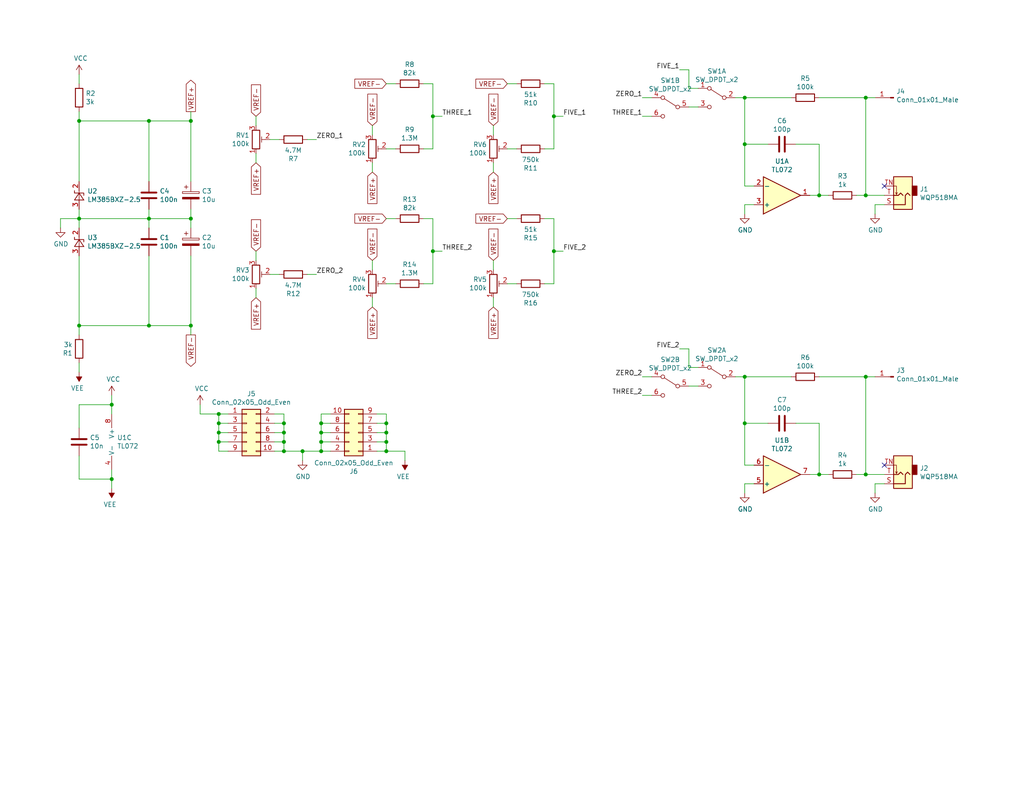
<source format=kicad_sch>
(kicad_sch (version 20211123) (generator eeschema)
  (paper "USLetter")
  (title_block (title "Voltage Source") (date "2022-03-31") (rev "4") (company "New Systems Instruments"))
  (lib_symbols
    (symbol "Amplifier_Operational:TL072" (pin_names (offset 0.127))
      (property "Reference" "U" (at 0 5.08 0))
      (property "Value" "TL072" (at 0 -5.08 0))
      (symbol "TL072_1_1"
        (polyline (pts (xy -5.08 5.08) (xy 5.08 0) (xy -5.08 -5.08) (xy -5.08 5.08)) (stroke (width 0.254)) (fill (type background)))
        (pin output line (at 7.62 0 180) (length 2.54) (name "~") (number "1"))
        (pin input line (at -7.62 -2.54 0) (length 2.54) (name "-") (number "2"))
        (pin input line (at -7.62 2.54 0) (length 2.54) (name "+") (number "3"))
      )
      (symbol "TL072_2_1"
        (polyline (pts (xy -5.08 5.08) (xy 5.08 0) (xy -5.08 -5.08) (xy -5.08 5.08)) (stroke (width 0.254)) (fill (type background)))
        (pin input line (at -7.62 2.54 0) (length 2.54) (name "+") (number "5"))
        (pin input line (at -7.62 -2.54 0) (length 2.54) (name "-") (number "6"))
        (pin output line (at 7.62 0 180) (length 2.54) (name "~") (number "7"))
      )
      (symbol "TL072_3_1"
        (pin power_in line (at -2.54 -7.62 90) (length 3.81) (name "V-") (number "4"))
        (pin power_in line (at -2.54 7.62 270) (length 3.81) (name "V+") (number "8"))
      )
    )
    (symbol "Connector:AudioJack2_SwitchT"
      (property "Reference" "J" (at 0 8.89 0))
      (property "Value" "AudioJack2_SwitchT" (at 0 6.35 0))
      (symbol "AudioJack2_SwitchT_0_1"
        (rectangle (start -2.54 0) (end -3.81 -2.54) (stroke (width 0.254)) (fill (type outline)))
        (polyline (pts (xy 1.778 -0.254) (xy 2.032 -0.762)))
        (polyline (pts (xy 0 0) (xy 0.635 -0.635) (xy 1.27 0) (xy 2.54 0)) (stroke (width 0.254)))
        (polyline (pts (xy 2.54 -2.54) (xy 1.778 -2.54) (xy 1.778 -0.254) (xy 1.524 -0.762)))
        (polyline (pts (xy 2.54 2.54) (xy -0.635 2.54) (xy -0.635 0) (xy -1.27 -0.635) (xy -1.905 0)) (stroke (width 0.254)))
        (rectangle (start 2.54 3.81) (end -2.54 -5.08) (stroke (width 0.254)) (fill (type background)))
      )
      (symbol "AudioJack2_SwitchT_1_1"
        (pin passive line (at 5.08 2.54 180) (length 2.54) (name "~") (number "S"))
        (pin passive line (at 5.08 0 180) (length 2.54) (name "~") (number "T"))
        (pin passive line (at 5.08 -2.54 180) (length 2.54) (name "~") (number "TN"))
      )
    )
    (symbol "Connector:Conn_01x01_Male" (pin_names (offset 1.016) hide)
      (property "Reference" "J" (at 0 2.54 0))
      (property "Value" "Conn_01x01_Male" (at 0 -2.54 0))
      (symbol "Conn_01x01_Male_1_1"
        (polyline (pts (xy 1.27 0) (xy 0.8636 0)) (stroke (width 0.1524)))
        (rectangle (start 0.8636 0.127) (end 0 -0.127) (stroke (width 0.1524)) (fill (type outline)))
        (pin passive line (at 5.08 0 180) (length 3.81) (name "Pin_1") (number "1"))
      )
    )
    (symbol "Connector_Generic:Conn_02x05_Odd_Even" (pin_names (offset 1.016) hide)
      (property "Reference" "J" (at 1.27 7.62 0))
      (property "Value" "Conn_02x05_Odd_Even" (at 1.27 -7.62 0))
      (symbol "Conn_02x05_Odd_Even_1_1"
        (rectangle (start -1.27 -4.953) (end 0 -5.207) (stroke (width 0.1524)))
        (rectangle (start -1.27 -2.413) (end 0 -2.667) (stroke (width 0.1524)))
        (rectangle (start -1.27 0.127) (end 0 -0.127) (stroke (width 0.1524)))
        (rectangle (start -1.27 2.667) (end 0 2.413) (stroke (width 0.1524)))
        (rectangle (start -1.27 5.207) (end 0 4.953) (stroke (width 0.1524)))
        (rectangle (start -1.27 6.35) (end 3.81 -6.35) (stroke (width 0.254)) (fill (type background)))
        (rectangle (start 3.81 -4.953) (end 2.54 -5.207) (stroke (width 0.1524)))
        (rectangle (start 3.81 -2.413) (end 2.54 -2.667) (stroke (width 0.1524)))
        (rectangle (start 3.81 0.127) (end 2.54 -0.127) (stroke (width 0.1524)))
        (rectangle (start 3.81 2.667) (end 2.54 2.413) (stroke (width 0.1524)))
        (rectangle (start 3.81 5.207) (end 2.54 4.953) (stroke (width 0.1524)))
        (pin passive line (at -5.08 5.08 0) (length 3.81) (name "Pin_1") (number "1"))
        (pin passive line (at 7.62 -5.08 180) (length 3.81) (name "Pin_10") (number "10"))
        (pin passive line (at 7.62 5.08 180) (length 3.81) (name "Pin_2") (number "2"))
        (pin passive line (at -5.08 2.54 0) (length 3.81) (name "Pin_3") (number "3"))
        (pin passive line (at 7.62 2.54 180) (length 3.81) (name "Pin_4") (number "4"))
        (pin passive line (at -5.08 0 0) (length 3.81) (name "Pin_5") (number "5"))
        (pin passive line (at 7.62 0 180) (length 3.81) (name "Pin_6") (number "6"))
        (pin passive line (at -5.08 -2.54 0) (length 3.81) (name "Pin_7") (number "7"))
        (pin passive line (at 7.62 -2.54 180) (length 3.81) (name "Pin_8") (number "8"))
        (pin passive line (at -5.08 -5.08 0) (length 3.81) (name "Pin_9") (number "9"))
      )
    )
    (symbol "Device:C" (pin_numbers hide) (pin_names (offset 0.254))
      (property "Reference" "C" (at 0.635 2.54 0))
      (property "Value" "C" (at 0.635 -2.54 0))
      (symbol "C_0_1"
        (polyline (pts (xy -2.032 -0.762) (xy 2.032 -0.762)) (stroke (width 0.508)))
        (polyline (pts (xy -2.032 0.762) (xy 2.032 0.762)) (stroke (width 0.508)))
      )
      (symbol "C_1_1"
        (pin passive line (at 0 3.81 270) (length 2.794) (name "~") (number "1"))
        (pin passive line (at 0 -3.81 90) (length 2.794) (name "~") (number "2"))
      )
    )
    (symbol "Device:CP" (pin_numbers hide) (pin_names (offset 0.254))
      (property "Reference" "C" (at 0.635 2.54 0))
      (property "Value" "Device_CP" (at 0.635 -2.54 0))
      (symbol "CP_0_1"
        (rectangle (start -2.286 0.508) (end 2.286 1.016))
        (polyline (pts (xy -1.778 2.286) (xy -0.762 2.286)))
        (polyline (pts (xy -1.27 2.794) (xy -1.27 1.778)))
        (rectangle (start 2.286 -0.508) (end -2.286 -1.016) (fill (type outline)))
      )
      (symbol "CP_1_1"
        (pin passive line (at 0 3.81 270) (length 2.794) (name "~") (number "1"))
        (pin passive line (at 0 -3.81 90) (length 2.794) (name "~") (number "2"))
      )
    )
    (symbol "Device:R" (pin_numbers hide) (pin_names (offset 0))
      (property "Reference" "R" (at 2.032 0 90))
      (property "Value" "R" (at 0 0 90))
      (symbol "R_0_1"
        (rectangle (start -1.016 -2.54) (end 1.016 2.54) (stroke (width 0.254)))
      )
      (symbol "R_1_1"
        (pin passive line (at 0 3.81 270) (length 1.27) (name "~") (number "1"))
        (pin passive line (at 0 -3.81 90) (length 1.27) (name "~") (number "2"))
      )
    )
    (symbol "Device:R_POT_TRIM" (pin_names (offset 1.016) hide)
      (property "Reference" "RV" (at -4.445 0 90))
      (property "Value" "Device_R_POT_TRIM" (at -2.54 0 90))
      (symbol "R_POT_TRIM_0_1"
        (polyline (pts (xy 1.524 0.762) (xy 1.524 -0.762)))
        (polyline (pts (xy 2.54 0) (xy 1.524 0)))
        (rectangle (start 1.016 2.54) (end -1.016 -2.54) (stroke (width 0.254)))
      )
      (symbol "R_POT_TRIM_1_1"
        (pin passive line (at 0 3.81 270) (length 1.27) (name "1") (number "1"))
        (pin passive line (at 3.81 0 180) (length 1.27) (name "2") (number "2"))
        (pin passive line (at 0 -3.81 90) (length 1.27) (name "3") (number "3"))
      )
    )
    (symbol "Reference_Voltage:LM385BZ-2.5" (pin_names (offset 0.0254) hide)
      (property "Reference" "U" (at 0 2.54 0))
      (property "Value" "LM385BZ-2.5" (at 0 -3.175 0))
      (symbol "LM385BZ-2.5_0_1"
        (polyline (pts (xy -1.27 0) (xy 0 0) (xy 1.27 0)))
        (polyline (pts (xy -1.27 -1.27) (xy 0.635 0) (xy -1.27 1.27) (xy -1.27 -1.27)) (stroke (width 0.2032)))
        (polyline (pts (xy 0 -1.27) (xy 0.635 -1.27) (xy 0.635 1.27) (xy 1.27 1.27)) (stroke (width 0.2032)))
      )
      (symbol "LM385BZ-2.5_1_1"
        (pin passive line (at 3.81 0 180) (length 2.54) (name "K") (number "2"))
        (pin passive line (at -3.81 0 0) (length 2.54) (name "A") (number "3"))
      )
    )
    (symbol "Switch:SW_DPDT_x2" (pin_names (offset 0) hide)
      (property "Reference" "SW" (at 0 4.318 0))
      (property "Value" "SW_DPDT_x2" (at 0 -5.08 0))
      (symbol "SW_DPDT_x2_0_0"
        (circle (center -2.032 0) (radius 0.508))
        (circle (center 2.032 -2.54) (radius 0.508))
      )
      (symbol "SW_DPDT_x2_0_1"
        (polyline (pts (xy -1.524 0.254) (xy 1.651 2.286)))
        (circle (center 2.032 2.54) (radius 0.508))
      )
      (symbol "SW_DPDT_x2_1_1"
        (pin passive line (at 5.08 2.54 180) (length 2.54) (name "A") (number "1"))
        (pin passive line (at -5.08 0 0) (length 2.54) (name "B") (number "2"))
        (pin passive line (at 5.08 -2.54 180) (length 2.54) (name "C") (number "3"))
      )
      (symbol "SW_DPDT_x2_2_1"
        (pin passive line (at 5.08 2.54 180) (length 2.54) (name "A") (number "4"))
        (pin passive line (at -5.08 0 0) (length 2.54) (name "B") (number "5"))
        (pin passive line (at 5.08 -2.54 180) (length 2.54) (name "C") (number "6"))
      )
    )
    (symbol "power:GND" (power) (pin_names (offset 0))
      (property "Value" "GND" (at 0 -3.81 0))
      (symbol "GND_0_1"
        (polyline (pts (xy 0 0) (xy 0 -1.27) (xy 1.27 -1.27) (xy 0 -2.54) (xy -1.27 -1.27) (xy 0 -1.27)))
      )
      (symbol "GND_1_1"
        (pin power_in line (at 0 0 270) (length 0) hide (name "GND") (number "1"))
      )
    )
    (symbol "power:VCC" (power) (pin_names (offset 0))
      (property "Value" "VCC" (at 0 3.81 0))
      (symbol "VCC_0_1"
        (polyline (pts (xy -0.762 1.27) (xy 0 2.54)))
        (polyline (pts (xy 0 0) (xy 0 2.54)))
        (polyline (pts (xy 0 2.54) (xy 0.762 1.27)))
      )
      (symbol "VCC_1_1"
        (pin power_in line (at 0 0 90) (length 0) hide (name "VCC") (number "1"))
      )
    )
    (symbol "power:VEE" (power) (pin_names (offset 0))
      (property "Value" "VEE" (at 0 3.81 0))
      (symbol "VEE_0_1"
        (polyline (pts (xy 0 0) (xy 0 2.54)))
        (polyline (pts (xy 0.762 1.27) (xy -0.762 1.27) (xy 0 2.54) (xy 0.762 1.27)) (fill (type outline)))
      )
      (symbol "VEE_1_1"
        (pin power_in line (at 0 0 90) (length 0) hide (name "VEE") (number "1"))
      )
    )
  )
  (junction (at 236.22 26.67))
  (junction (at 203.2 115.57))
  (junction (at 21.59 33.02))
  (junction (at 52.07 33.02))
  (junction (at 118.11 31.75))
  (junction (at 77.47 123.19))
  (junction (at 87.63 118.11))
  (junction (at 21.59 88.9))
  (junction (at 236.22 129.54))
  (junction (at 77.47 120.65))
  (junction (at 40.64 88.9))
  (junction (at 87.63 123.19))
  (junction (at 82.55 123.19))
  (junction (at 52.07 88.9))
  (junction (at 40.64 33.02))
  (junction (at 59.69 113.03))
  (junction (at 236.22 102.87))
  (junction (at 105.41 123.19))
  (junction (at 118.11 68.58))
  (junction (at 223.52 53.34))
  (junction (at 236.22 53.34))
  (junction (at 87.63 115.57))
  (junction (at 105.41 115.57))
  (junction (at 105.41 120.65))
  (junction (at 59.69 115.57))
  (junction (at 203.2 102.87))
  (junction (at 30.48 130.81))
  (junction (at 223.52 129.54))
  (junction (at 77.47 118.11))
  (junction (at 21.59 59.69))
  (junction (at 87.63 120.65))
  (junction (at 77.47 115.57))
  (junction (at 59.69 120.65))
  (junction (at 30.48 110.49))
  (junction (at 203.2 26.67))
  (junction (at 59.69 118.11))
  (junction (at 151.13 68.58))
  (junction (at 52.07 59.69))
  (junction (at 203.2 39.37))
  (junction (at 40.64 59.69))
  (junction (at 105.41 118.11))
  (junction (at 151.13 31.75))
  (no_connect (at 241.3 50.8))
  (no_connect (at 241.3 127))
  (wire (pts (xy 233.68 129.54) (xy 236.22 129.54)))
  (wire (pts (xy 21.59 49.53) (xy 21.59 33.02)))
  (wire (pts (xy 187.96 19.05) (xy 185.42 19.05)))
  (wire (pts (xy 190.5 100.33) (xy 187.96 100.33)))
  (wire (pts (xy 30.48 110.49) (xy 30.48 107.95)))
  (wire (pts (xy 40.64 59.69) (xy 40.64 62.23)))
  (wire (pts (xy 21.59 62.23) (xy 21.59 59.69)))
  (wire (pts (xy 151.13 59.69) (xy 151.13 68.58)))
  (wire (pts (xy 74.93 118.11) (xy 77.47 118.11)))
  (wire (pts (xy 153.67 68.58) (xy 151.13 68.58)))
  (wire (pts (xy 107.95 77.47) (xy 105.41 77.47)))
  (wire (pts (xy 21.59 88.9) (xy 21.59 91.44)))
  (wire (pts (xy 105.41 115.57) (xy 102.87 115.57)))
  (wire (pts (xy 190.5 24.13) (xy 187.96 24.13)))
  (wire (pts (xy 118.11 59.69) (xy 118.11 68.58)))
  (wire (pts (xy 59.69 118.11) (xy 59.69 120.65)))
  (wire (pts (xy 40.64 88.9) (xy 21.59 88.9)))
  (wire (pts (xy 105.41 120.65) (xy 105.41 118.11)))
  (wire (pts (xy 76.2 74.93) (xy 73.66 74.93)))
  (wire (pts (xy 21.59 116.84) (xy 21.59 110.49)))
  (wire (pts (xy 52.07 59.69) (xy 52.07 57.15)))
  (wire (pts (xy 148.59 40.64) (xy 151.13 40.64)))
  (wire (pts (xy 21.59 99.06) (xy 21.59 101.6)))
  (wire (pts (xy 140.97 40.64) (xy 138.43 40.64)))
  (wire (pts (xy 105.41 115.57) (xy 105.41 113.03)))
  (wire (pts (xy 151.13 22.86) (xy 148.59 22.86)))
  (wire (pts (xy 52.07 91.44) (xy 52.07 88.9)))
  (wire (pts (xy 59.69 113.03) (xy 59.69 115.57)))
  (wire (pts (xy 223.52 53.34) (xy 226.06 53.34)))
  (wire (pts (xy 83.82 38.1) (xy 86.36 38.1)))
  (wire (pts (xy 40.64 59.69) (xy 40.64 57.15)))
  (wire (pts (xy 236.22 26.67) (xy 236.22 53.34)))
  (wire (pts (xy 90.17 113.03) (xy 87.63 113.03)))
  (wire (pts (xy 62.23 113.03) (xy 59.69 113.03)))
  (wire (pts (xy 110.49 123.19) (xy 105.41 123.19)))
  (wire (pts (xy 203.2 102.87) (xy 203.2 115.57)))
  (wire (pts (xy 134.62 46.99) (xy 134.62 44.45)))
  (wire (pts (xy 134.62 36.83) (xy 134.62 34.29)))
  (wire (pts (xy 54.61 113.03) (xy 54.61 110.49)))
  (wire (pts (xy 87.63 118.11) (xy 87.63 120.65)))
  (wire (pts (xy 215.9 102.87) (xy 203.2 102.87)))
  (wire (pts (xy 90.17 118.11) (xy 87.63 118.11)))
  (wire (pts (xy 203.2 26.67) (xy 200.66 26.67)))
  (wire (pts (xy 140.97 77.47) (xy 138.43 77.47)))
  (wire (pts (xy 105.41 118.11) (xy 105.41 115.57)))
  (wire (pts (xy 177.8 102.87) (xy 175.26 102.87)))
  (wire (pts (xy 107.95 59.69) (xy 105.41 59.69)))
  (wire (pts (xy 241.3 55.88) (xy 238.76 55.88)))
  (wire (pts (xy 62.23 115.57) (xy 59.69 115.57)))
  (wire (pts (xy 238.76 102.87) (xy 236.22 102.87)))
  (wire (pts (xy 90.17 120.65) (xy 87.63 120.65)))
  (wire (pts (xy 30.48 130.81) (xy 21.59 130.81)))
  (wire (pts (xy 238.76 55.88) (xy 238.76 58.42)))
  (wire (pts (xy 115.57 77.47) (xy 118.11 77.47)))
  (wire (pts (xy 203.2 115.57) (xy 203.2 127)))
  (wire (pts (xy 118.11 40.64) (xy 118.11 31.75)))
  (wire (pts (xy 120.65 68.58) (xy 118.11 68.58)))
  (wire (pts (xy 223.52 115.57) (xy 223.52 129.54)))
  (wire (pts (xy 118.11 22.86) (xy 118.11 31.75)))
  (wire (pts (xy 30.48 130.81) (xy 30.48 128.27)))
  (wire (pts (xy 83.82 74.93) (xy 86.36 74.93)))
  (wire (pts (xy 148.59 77.47) (xy 151.13 77.47)))
  (wire (pts (xy 223.52 39.37) (xy 223.52 53.34)))
  (wire (pts (xy 52.07 33.02) (xy 52.07 49.53)))
  (wire (pts (xy 101.6 36.83) (xy 101.6 34.29)))
  (wire (pts (xy 52.07 59.69) (xy 52.07 62.23)))
  (wire (pts (xy 59.69 113.03) (xy 54.61 113.03)))
  (wire (pts (xy 236.22 26.67) (xy 223.52 26.67)))
  (wire (pts (xy 187.96 95.25) (xy 185.42 95.25)))
  (wire (pts (xy 21.59 33.02) (xy 40.64 33.02)))
  (wire (pts (xy 77.47 113.03) (xy 77.47 115.57)))
  (wire (pts (xy 151.13 59.69) (xy 148.59 59.69)))
  (wire (pts (xy 209.55 115.57) (xy 203.2 115.57)))
  (wire (pts (xy 76.2 38.1) (xy 73.66 38.1)))
  (wire (pts (xy 69.85 71.12) (xy 69.85 68.58)))
  (wire (pts (xy 101.6 73.66) (xy 101.6 71.12)))
  (wire (pts (xy 30.48 133.35) (xy 30.48 130.81)))
  (wire (pts (xy 105.41 118.11) (xy 102.87 118.11)))
  (wire (pts (xy 90.17 115.57) (xy 87.63 115.57)))
  (wire (pts (xy 105.41 113.03) (xy 102.87 113.03)))
  (wire (pts (xy 62.23 118.11) (xy 59.69 118.11)))
  (wire (pts (xy 21.59 20.32) (xy 21.59 22.86)))
  (wire (pts (xy 101.6 83.82) (xy 101.6 81.28)))
  (wire (pts (xy 190.5 29.21) (xy 187.96 29.21)))
  (wire (pts (xy 40.64 69.85) (xy 40.64 88.9)))
  (wire (pts (xy 153.67 31.75) (xy 151.13 31.75)))
  (wire (pts (xy 177.8 31.75) (xy 175.26 31.75)))
  (wire (pts (xy 52.07 88.9) (xy 40.64 88.9)))
  (wire (pts (xy 236.22 102.87) (xy 236.22 129.54)))
  (wire (pts (xy 203.2 134.62) (xy 203.2 132.08)))
  (wire (pts (xy 87.63 120.65) (xy 87.63 123.19)))
  (wire (pts (xy 87.63 115.57) (xy 87.63 118.11)))
  (wire (pts (xy 52.07 30.48) (xy 52.07 33.02)))
  (wire (pts (xy 203.2 39.37) (xy 203.2 50.8)))
  (wire (pts (xy 205.74 132.08) (xy 203.2 132.08)))
  (wire (pts (xy 105.41 123.19) (xy 102.87 123.19)))
  (wire (pts (xy 223.52 39.37) (xy 217.17 39.37)))
  (wire (pts (xy 40.64 33.02) (xy 40.64 49.53)))
  (wire (pts (xy 151.13 77.47) (xy 151.13 68.58)))
  (wire (pts (xy 87.63 113.03) (xy 87.63 115.57)))
  (wire (pts (xy 21.59 110.49) (xy 30.48 110.49)))
  (wire (pts (xy 118.11 77.47) (xy 118.11 68.58)))
  (wire (pts (xy 30.48 110.49) (xy 30.48 113.03)))
  (wire (pts (xy 77.47 120.65) (xy 77.47 123.19)))
  (wire (pts (xy 187.96 100.33) (xy 187.96 95.25)))
  (wire (pts (xy 203.2 58.42) (xy 203.2 55.88)))
  (wire (pts (xy 236.22 102.87) (xy 223.52 102.87)))
  (wire (pts (xy 40.64 59.69) (xy 52.07 59.69)))
  (wire (pts (xy 238.76 26.67) (xy 236.22 26.67)))
  (wire (pts (xy 21.59 59.69) (xy 16.51 59.69)))
  (wire (pts (xy 241.3 132.08) (xy 238.76 132.08)))
  (wire (pts (xy 77.47 123.19) (xy 74.93 123.19)))
  (wire (pts (xy 205.74 50.8) (xy 203.2 50.8)))
  (wire (pts (xy 177.8 26.67) (xy 175.26 26.67)))
  (wire (pts (xy 69.85 81.28) (xy 69.85 78.74)))
  (wire (pts (xy 241.3 53.34) (xy 236.22 53.34)))
  (wire (pts (xy 82.55 123.19) (xy 82.55 125.73)))
  (wire (pts (xy 215.9 26.67) (xy 203.2 26.67)))
  (wire (pts (xy 140.97 22.86) (xy 138.43 22.86)))
  (wire (pts (xy 59.69 115.57) (xy 59.69 118.11)))
  (wire (pts (xy 21.59 59.69) (xy 21.59 57.15)))
  (wire (pts (xy 107.95 40.64) (xy 105.41 40.64)))
  (wire (pts (xy 223.52 129.54) (xy 226.06 129.54)))
  (wire (pts (xy 205.74 55.88) (xy 203.2 55.88)))
  (wire (pts (xy 87.63 123.19) (xy 82.55 123.19)))
  (wire (pts (xy 62.23 120.65) (xy 59.69 120.65)))
  (wire (pts (xy 74.93 120.65) (xy 77.47 120.65)))
  (wire (pts (xy 134.62 73.66) (xy 134.62 71.12)))
  (wire (pts (xy 241.3 129.54) (xy 236.22 129.54)))
  (wire (pts (xy 190.5 105.41) (xy 187.96 105.41)))
  (wire (pts (xy 238.76 132.08) (xy 238.76 134.62)))
  (wire (pts (xy 151.13 22.86) (xy 151.13 31.75)))
  (wire (pts (xy 110.49 125.73) (xy 110.49 123.19)))
  (wire (pts (xy 101.6 46.99) (xy 101.6 44.45)))
  (wire (pts (xy 52.07 69.85) (xy 52.07 88.9)))
  (wire (pts (xy 223.52 129.54) (xy 220.98 129.54)))
  (wire (pts (xy 21.59 59.69) (xy 40.64 59.69)))
  (wire (pts (xy 151.13 40.64) (xy 151.13 31.75)))
  (wire (pts (xy 87.63 123.19) (xy 90.17 123.19)))
  (wire (pts (xy 118.11 59.69) (xy 115.57 59.69)))
  (wire (pts (xy 107.95 22.86) (xy 105.41 22.86)))
  (wire (pts (xy 74.93 113.03) (xy 77.47 113.03)))
  (wire (pts (xy 105.41 123.19) (xy 105.41 120.65)))
  (wire (pts (xy 140.97 59.69) (xy 138.43 59.69)))
  (wire (pts (xy 21.59 88.9) (xy 21.59 69.85)))
  (wire (pts (xy 223.52 53.34) (xy 220.98 53.34)))
  (wire (pts (xy 209.55 39.37) (xy 203.2 39.37)))
  (wire (pts (xy 105.41 120.65) (xy 102.87 120.65)))
  (wire (pts (xy 82.55 123.19) (xy 77.47 123.19)))
  (wire (pts (xy 21.59 130.81) (xy 21.59 124.46)))
  (wire (pts (xy 205.74 127) (xy 203.2 127)))
  (wire (pts (xy 134.62 83.82) (xy 134.62 81.28)))
  (wire (pts (xy 77.47 118.11) (xy 77.47 120.65)))
  (wire (pts (xy 77.47 115.57) (xy 77.47 118.11)))
  (wire (pts (xy 40.64 33.02) (xy 52.07 33.02)))
  (wire (pts (xy 118.11 22.86) (xy 115.57 22.86)))
  (wire (pts (xy 233.68 53.34) (xy 236.22 53.34)))
  (wire (pts (xy 16.51 62.23) (xy 16.51 59.69)))
  (wire (pts (xy 177.8 107.95) (xy 175.26 107.95)))
  (wire (pts (xy 203.2 102.87) (xy 200.66 102.87)))
  (wire (pts (xy 69.85 34.29) (xy 69.85 31.75)))
  (wire (pts (xy 69.85 44.45) (xy 69.85 41.91)))
  (wire (pts (xy 74.93 115.57) (xy 77.47 115.57)))
  (wire (pts (xy 59.69 123.19) (xy 62.23 123.19)))
  (wire (pts (xy 187.96 24.13) (xy 187.96 19.05)))
  (wire (pts (xy 203.2 26.67) (xy 203.2 39.37)))
  (wire (pts (xy 59.69 120.65) (xy 59.69 123.19)))
  (wire (pts (xy 21.59 30.48) (xy 21.59 33.02)))
  (wire (pts (xy 115.57 40.64) (xy 118.11 40.64)))
  (wire (pts (xy 223.52 115.57) (xy 217.17 115.57)))
  (wire (pts (xy 120.65 31.75) (xy 118.11 31.75)))
  (label "ZERO_1" (at 86.36 38.1 0))
  (label "THREE_2" (at 175.26 107.95 180))
  (label "THREE_1" (at 120.65 31.75 0))
  (label "THREE_2" (at 120.65 68.58 0))
  (label "FIVE_1" (at 185.42 19.05 180))
  (label "FIVE_2" (at 185.42 95.25 180))
  (label "THREE_1" (at 175.26 31.75 180))
  (label "ZERO_2" (at 86.36 74.93 0))
  (label "FIVE_2" (at 153.67 68.58 0))
  (label "ZERO_2" (at 175.26 102.87 180))
  (label "ZERO_1" (at 175.26 26.67 180))
  (label "FIVE_1" (at 153.67 31.75 0))
  (global_label "VREF+" (shape input) (at 134.62 83.82 270) (property "Intersheet References" "${INTERSHEET_REFS}" (effects hide)))
  (global_label "VREF-" (shape input) (at 105.41 59.69 180) (property "Intersheet References" "${INTERSHEET_REFS}" (effects hide)))
  (global_label "VREF-" (shape input) (at 69.85 31.75 90) (property "Intersheet References" "${INTERSHEET_REFS}" (effects hide)))
  (global_label "VREF-" (shape input) (at 138.43 22.86 180) (property "Intersheet References" "${INTERSHEET_REFS}" (effects hide)))
  (global_label "VREF+" (shape input) (at 69.85 81.28 270) (property "Intersheet References" "${INTERSHEET_REFS}" (effects hide)))
  (global_label "VREF+" (shape input) (at 69.85 44.45 270) (property "Intersheet References" "${INTERSHEET_REFS}" (effects hide)))
  (global_label "VREF+" (shape output) (at 52.07 30.48 90) (property "Intersheet References" "${INTERSHEET_REFS}" (effects hide)))
  (global_label "VREF-" (shape input) (at 69.85 68.58 90) (property "Intersheet References" "${INTERSHEET_REFS}" (effects hide)))
  (global_label "VREF-" (shape input) (at 134.62 71.12 90) (property "Intersheet References" "${INTERSHEET_REFS}" (effects hide)))
  (global_label "VREF-" (shape input) (at 138.43 59.69 180) (property "Intersheet References" "${INTERSHEET_REFS}" (effects hide)))
  (global_label "VREF+" (shape input) (at 134.62 46.99 270) (property "Intersheet References" "${INTERSHEET_REFS}" (effects hide)))
  (global_label "VREF+" (shape input) (at 101.6 46.99 270) (property "Intersheet References" "${INTERSHEET_REFS}" (effects hide)))
  (global_label "VREF-" (shape input) (at 101.6 34.29 90) (property "Intersheet References" "${INTERSHEET_REFS}" (effects hide)))
  (global_label "VREF-" (shape input) (at 105.41 22.86 180) (property "Intersheet References" "${INTERSHEET_REFS}" (effects hide)))
  (global_label "VREF-" (shape output) (at 52.07 91.44 270) (property "Intersheet References" "${INTERSHEET_REFS}" (effects hide)))
  (global_label "VREF-" (shape input) (at 101.6 71.12 90) (property "Intersheet References" "${INTERSHEET_REFS}" (effects hide)))
  (global_label "VREF-" (shape input) (at 134.62 34.29 90) (property "Intersheet References" "${INTERSHEET_REFS}" (effects hide)))
  (global_label "VREF+" (shape input) (at 101.6 83.82 270) (property "Intersheet References" "${INTERSHEET_REFS}" (effects hide)))
  (symbol (lib_id "Amplifier_Operational:TL072") (at 213.36 53.34 0) (mirror x) (unit 1)
    (property "Reference" "U1" (at 213.36 44.0182 0))
    (property "Value" "TL072" (at 213.36 46.3296 0))
    (property "Footprint" "Package_DIP:DIP-8_W7.62mm" (effects hide))
    (property "Datasheet" "http://www.ti.com/lit/ds/symlink/tl071.pdf" (effects hide))
  )
  (symbol (lib_id "Amplifier_Operational:TL072") (at 213.36 129.54 0) (mirror x) (unit 2)
    (property "Reference" "U1" (at 213.36 120.2182 0))
    (property "Value" "TL072" (at 213.36 122.5296 0))
    (property "Footprint" "Package_DIP:DIP-8_W7.62mm" (effects hide))
    (property "Datasheet" "http://www.ti.com/lit/ds/symlink/tl071.pdf" (effects hide))
  )
  (symbol (lib_id "Amplifier_Operational:TL072") (at 33.02 120.65 0) (unit 3)
    (property "Reference" "U1" (at 31.9532 119.4816 0) (effects (justify left)))
    (property "Value" "TL072" (at 31.9532 121.793 0) (effects (justify left)))
    (property "Footprint" "Package_DIP:DIP-8_W7.62mm" (effects hide))
    (property "Datasheet" "http://www.ti.com/lit/ds/symlink/tl071.pdf" (effects hide))
  )
  (symbol (lib_id "power:VCC") (at 30.48 107.95 0) (unit 1)
    (property "Reference" "#PWR0101" (effects hide))
    (property "Value" "VCC" (at 30.9118 103.5558 0))
  )
  (symbol (lib_id "power:VEE") (at 30.48 133.35 180) (unit 1)
    (property "Reference" "#PWR0102" (effects hide))
    (property "Value" "VEE" (at 30.0228 137.7442 0))
  )
  (symbol (lib_id "Device:C") (at 21.59 120.65 0) (unit 1)
    (property "Reference" "C5" (at 24.511 119.4816 0) (effects (justify left)))
    (property "Value" "10n" (at 24.511 121.793 0) (effects (justify left)))
    (property "Footprint" "NSI Footprints:C_Disc_D4mm_W2.6mm_P5.08mm" (effects hide))
  )
  (symbol (lib_id "Device:C") (at 213.36 39.37 270) (unit 1)
    (property "Reference" "C6" (at 213.36 32.9692 90))
    (property "Value" "100p" (at 213.36 35.2806 90))
    (property "Footprint" "NSI Footprints:C_Disc_D4mm_W2.6mm_P5.08mm" (effects hide))
  )
  (symbol (lib_id "Device:R") (at 229.87 53.34 270) (unit 1)
    (property "Reference" "R3" (at 229.87 48.0822 90))
    (property "Value" "1k" (at 229.87 50.3936 90))
    (property "Footprint" "Resistor_THT:R_Axial_DIN0207_L6.3mm_D2.5mm_P2.54mm_Vertical" (effects hide))
  )
  (symbol (lib_id "Device:R") (at 219.71 26.67 90) (unit 1)
    (property "Reference" "R5" (at 219.71 21.4122 90))
    (property "Value" "100k" (at 219.71 23.7236 90))
    (property "Footprint" "Resistor_THT:R_Axial_DIN0207_L6.3mm_D2.5mm_P2.54mm_Vertical" (effects hide))
  )
  (symbol (lib_id "Device:R") (at 21.59 26.67 0) (unit 1)
    (property "Reference" "R2" (at 23.368 25.5016 0) (effects (justify left)))
    (property "Value" "3k" (at 23.368 27.813 0) (effects (justify left)))
    (property "Footprint" "Resistor_THT:R_Axial_DIN0207_L6.3mm_D2.5mm_P2.54mm_Vertical" (effects hide))
  )
  (symbol (lib_id "power:VCC") (at 21.59 20.32 0) (unit 1)
    (property "Reference" "#PWR0103" (effects hide))
    (property "Value" "VCC" (at 22.0218 15.9258 0))
  )
  (symbol (lib_id "Device:R") (at 21.59 95.25 180) (unit 1)
    (property "Reference" "R1" (at 19.812 96.4184 0) (effects (justify left)))
    (property "Value" "3k" (at 19.812 94.107 0) (effects (justify left)))
    (property "Footprint" "Resistor_THT:R_Axial_DIN0207_L6.3mm_D2.5mm_P2.54mm_Vertical" (effects hide))
  )
  (symbol (lib_id "Device:C") (at 40.64 66.04 0) (unit 1)
    (property "Reference" "C1" (at 43.561 64.8716 0) (effects (justify left)))
    (property "Value" "100n" (at 43.561 67.183 0) (effects (justify left)))
    (property "Footprint" "NSI Footprints:C_Disc_D4mm_W2.6mm_P5.08mm" (effects hide))
  )
  (symbol (lib_id "Device:C") (at 40.64 53.34 0) (unit 1)
    (property "Reference" "C4" (at 43.561 52.1716 0) (effects (justify left)))
    (property "Value" "100n" (at 43.561 54.483 0) (effects (justify left)))
    (property "Footprint" "NSI Footprints:C_Disc_D4mm_W2.6mm_P5.08mm" (effects hide))
  )
  (symbol (lib_id "Device:CP") (at 52.07 53.34 0) (unit 1)
    (property "Reference" "C3" (at 55.0672 52.1716 0) (effects (justify left)))
    (property "Value" "10u" (at 55.0672 54.483 0) (effects (justify left)))
    (property "Footprint" "Capacitor_THT:CP_Radial_D5.0mm_P2.00mm" (effects hide))
  )
  (symbol (lib_id "Device:CP") (at 52.07 66.04 0) (unit 1)
    (property "Reference" "C2" (at 55.0672 64.8716 0) (effects (justify left)))
    (property "Value" "10u" (at 55.0672 67.183 0) (effects (justify left)))
    (property "Footprint" "Capacitor_THT:CP_Radial_D5.0mm_P2.00mm" (effects hide))
  )
  (symbol (lib_id "Device:C") (at 213.36 115.57 270) (unit 1)
    (property "Reference" "C7" (at 213.36 109.1692 90))
    (property "Value" "100p" (at 213.36 111.4806 90))
    (property "Footprint" "NSI Footprints:C_Disc_D4mm_W2.6mm_P5.08mm" (effects hide))
  )
  (symbol (lib_id "Device:R") (at 229.87 129.54 270) (unit 1)
    (property "Reference" "R4" (at 229.87 124.2822 90))
    (property "Value" "1k" (at 229.87 126.5936 90))
    (property "Footprint" "Resistor_THT:R_Axial_DIN0207_L6.3mm_D2.5mm_P2.54mm_Vertical" (effects hide))
  )
  (symbol (lib_id "Device:R") (at 219.71 102.87 90) (unit 1)
    (property "Reference" "R6" (at 219.71 97.6122 90))
    (property "Value" "100k" (at 219.71 99.9236 90))
    (property "Footprint" "Resistor_THT:R_Axial_DIN0207_L6.3mm_D2.5mm_P2.54mm_Vertical" (effects hide))
  )
  (symbol (lib_id "Device:R_POT_TRIM") (at 134.62 40.64 0) (mirror x) (unit 1)
    (property "Reference" "RV6" (at 132.8674 39.4716 0) (effects (justify right)))
    (property "Value" "100k" (at 132.8674 41.783 0) (effects (justify right)))
    (property "Footprint" "NSI Footprints:Potentiometer_TT_67Y_Vertical" (effects hide))
  )
  (symbol (lib_id "Connector:Conn_01x01_Male") (at 243.84 102.87 180) (unit 1)
    (property "Reference" "J3" (at 244.5512 101.1428 0) (effects (justify right)))
    (property "Value" "Conn_01x01_Male" (at 244.5512 103.4542 0) (effects (justify right)))
    (property "Footprint" "Connector_PinHeader_2.54mm:PinHeader_1x01_P2.54mm_Vertical" (effects hide))
  )
  (symbol (lib_id "Connector:Conn_01x01_Male") (at 243.84 26.67 180) (unit 1)
    (property "Reference" "J4" (at 244.5512 24.9428 0) (effects (justify right)))
    (property "Value" "Conn_01x01_Male" (at 244.5512 27.2542 0) (effects (justify right)))
    (property "Footprint" "Connector_PinHeader_2.54mm:PinHeader_1x01_P2.54mm_Vertical" (effects hide))
  )
  (symbol (lib_id "power:VEE") (at 21.59 101.6 180) (unit 1)
    (property "Reference" "#PWR0105" (effects hide))
    (property "Value" "VEE" (at 21.1328 105.9942 0))
  )
  (symbol (lib_id "power:VEE") (at 110.49 125.73 180) (unit 1)
    (property "Reference" "#PWR0106" (effects hide))
    (property "Value" "VEE" (at 110.0328 130.1242 0))
  )
  (symbol (lib_id "power:VCC") (at 54.61 110.49 0) (unit 1)
    (property "Reference" "#PWR0107" (effects hide))
    (property "Value" "VCC" (at 55.0418 106.0958 0))
  )
  (symbol (lib_id "Connector_Generic:Conn_02x05_Odd_Even") (at 67.31 118.11 0) (unit 1)
    (property "Reference" "J5" (at 68.58 107.5182 0))
    (property "Value" "Conn_02x05_Odd_Even" (at 68.58 109.8296 0))
    (property "Footprint" "Connector_PinHeader_2.54mm:PinHeader_2x05_P2.54mm_Vertical" (effects hide))
  )
  (symbol (lib_id "Connector_Generic:Conn_02x05_Odd_Even") (at 97.79 118.11 180) (unit 1)
    (property "Reference" "J6" (at 96.52 128.7018 0))
    (property "Value" "Conn_02x05_Odd_Even" (at 96.52 126.3904 0))
    (property "Footprint" "Connector_PinHeader_2.54mm:PinHeader_2x05_P2.54mm_Vertical" (effects hide))
  )
  (symbol (lib_id "power:GND") (at 82.55 125.73 0) (unit 1)
    (property "Reference" "#PWR0108" (effects hide))
    (property "Value" "GND" (at 82.677 130.1242 0))
  )
  (symbol (lib_id "Connector:AudioJack2_SwitchT") (at 246.38 53.34 180) (unit 1)
    (property "Reference" "J1" (at 250.952 51.6382 0) (effects (justify right)))
    (property "Value" "WQP518MA" (at 250.952 53.9496 0) (effects (justify right)))
    (property "Footprint" "NSI Footprints:Jack_3.5mm_QingPu_WQP-PJ398SM_Vertical_2HP" (effects hide))
  )
  (symbol (lib_id "power:GND") (at 238.76 58.42 0) (unit 1)
    (property "Reference" "#PWR0109" (effects hide))
    (property "Value" "GND" (at 238.887 62.8142 0))
  )
  (symbol (lib_id "Connector:AudioJack2_SwitchT") (at 246.38 129.54 180) (unit 1)
    (property "Reference" "J2" (at 250.952 127.8382 0) (effects (justify right)))
    (property "Value" "WQP518MA" (at 250.952 130.1496 0) (effects (justify right)))
    (property "Footprint" "NSI Footprints:Jack_3.5mm_QingPu_WQP-PJ398SM_Vertical_2HP" (effects hide))
  )
  (symbol (lib_id "power:GND") (at 238.76 134.62 0) (unit 1)
    (property "Reference" "#PWR0110" (effects hide))
    (property "Value" "GND" (at 238.887 139.0142 0))
  )
  (symbol (lib_id "Reference_Voltage:LM385BZ-2.5") (at 21.59 53.34 90) (unit 1)
    (property "Reference" "U2" (at 23.8252 52.1716 90) (effects (justify right)))
    (property "Value" "LM385BXZ-2.5" (at 23.8252 54.483 90) (effects (justify right)))
    (property "Footprint" "Package_TO_SOT_THT:TO-92_Inline" (effects hide))
    (property "Datasheet" "http://www.onsemi.com/pub_link/Collateral/LM285-D.PDF" (effects hide))
  )
  (symbol (lib_id "Reference_Voltage:LM385BZ-2.5") (at 21.59 66.04 90) (unit 1)
    (property "Reference" "U3" (at 23.8252 64.8716 90) (effects (justify right)))
    (property "Value" "LM385BXZ-2.5" (at 23.8252 67.183 90) (effects (justify right)))
    (property "Footprint" "Package_TO_SOT_THT:TO-92_Inline" (effects hide))
    (property "Datasheet" "http://www.onsemi.com/pub_link/Collateral/LM285-D.PDF" (effects hide))
  )
  (symbol (lib_id "power:GND") (at 16.51 62.23 0) (unit 1)
    (property "Reference" "#PWR0104" (effects hide))
    (property "Value" "GND" (at 16.637 66.6242 0))
  )
  (symbol (lib_id "power:GND") (at 203.2 58.42 0) (unit 1)
    (property "Reference" "#PWR0111" (effects hide))
    (property "Value" "GND" (at 203.327 62.8142 0))
  )
  (symbol (lib_id "power:GND") (at 203.2 134.62 0) (unit 1)
    (property "Reference" "#PWR0112" (effects hide))
    (property "Value" "GND" (at 203.327 139.0142 0))
  )
  (symbol (lib_id "Switch:SW_DPDT_x2") (at 195.58 102.87 0) (mirror y) (unit 1)
    (property "Reference" "SW2" (at 195.58 95.631 0))
    (property "Value" "SW_DPDT_x2" (at 195.58 97.9424 0))
    (property "Footprint" "NSI Footprints:SW_Taiway_Sub_DPDT" (effects hide))
  )
  (symbol (lib_id "Switch:SW_DPDT_x2") (at 195.58 26.67 0) (mirror y) (unit 1)
    (property "Reference" "SW1" (at 195.58 19.431 0))
    (property "Value" "SW_DPDT_x2" (at 195.58 21.7424 0))
    (property "Footprint" "NSI Footprints:SW_Taiway_Sub_DPDT" (effects hide))
  )
  (symbol (lib_id "Device:R_POT_TRIM") (at 134.62 77.47 0) (mirror x) (unit 1)
    (property "Reference" "RV5" (at 132.8674 76.3016 0) (effects (justify right)))
    (property "Value" "100k" (at 132.8674 78.613 0) (effects (justify right)))
    (property "Footprint" "NSI Footprints:Potentiometer_TT_67Y_Vertical" (effects hide))
  )
  (symbol (lib_id "Device:R") (at 144.78 59.69 90) (unit 1)
    (property "Reference" "R15" (at 144.78 64.9478 90))
    (property "Value" "51k" (at 144.78 62.6364 90))
    (property "Footprint" "Resistor_THT:R_Axial_DIN0207_L6.3mm_D2.5mm_P2.54mm_Vertical" (effects hide))
  )
  (symbol (lib_id "Device:R") (at 144.78 77.47 90) (unit 1)
    (property "Reference" "R16" (at 144.78 82.7278 90))
    (property "Value" "750k" (at 144.78 80.4164 90))
    (property "Footprint" "Resistor_THT:R_Axial_DIN0207_L6.3mm_D2.5mm_P2.54mm_Vertical" (effects hide))
  )
  (symbol (lib_id "Device:R_POT_TRIM") (at 101.6 77.47 0) (mirror x) (unit 1)
    (property "Reference" "RV4" (at 99.8474 76.3016 0) (effects (justify right)))
    (property "Value" "100k" (at 99.8474 78.613 0) (effects (justify right)))
    (property "Footprint" "NSI Footprints:Potentiometer_TT_67Y_Vertical" (effects hide))
  )
  (symbol (lib_id "Device:R") (at 111.76 59.69 270) (unit 1)
    (property "Reference" "R13" (at 111.76 54.4322 90))
    (property "Value" "82k" (at 111.76 56.7436 90))
    (property "Footprint" "Resistor_THT:R_Axial_DIN0207_L6.3mm_D2.5mm_P2.54mm_Vertical" (effects hide))
  )
  (symbol (lib_id "Device:R") (at 111.76 77.47 270) (unit 1)
    (property "Reference" "R14" (at 111.76 72.2122 90))
    (property "Value" "1.3M" (at 111.76 74.5236 90))
    (property "Footprint" "Resistor_THT:R_Axial_DIN0207_L6.3mm_D2.5mm_P2.54mm_Vertical" (effects hide))
  )
  (symbol (lib_id "Device:R_POT_TRIM") (at 69.85 74.93 0) (mirror x) (unit 1)
    (property "Reference" "RV3" (at 68.0974 73.7616 0) (effects (justify right)))
    (property "Value" "100k" (at 68.0974 76.073 0) (effects (justify right)))
    (property "Footprint" "NSI Footprints:Potentiometer_TT_67Y_Vertical" (effects hide))
  )
  (symbol (lib_id "Device:R") (at 80.01 74.93 90) (unit 1)
    (property "Reference" "R12" (at 80.01 80.1878 90))
    (property "Value" "4.7M" (at 80.01 77.8764 90))
    (property "Footprint" "Resistor_THT:R_Axial_DIN0207_L6.3mm_D2.5mm_P2.54mm_Vertical" (effects hide))
  )
  (symbol (lib_id "Switch:SW_DPDT_x2") (at 182.88 105.41 0) (mirror y) (unit 2)
    (property "Reference" "SW2" (at 182.88 98.171 0))
    (property "Value" "SW_DPDT_x2" (at 182.88 100.4824 0))
    (property "Footprint" "NSI Footprints:SW_Taiway_Sub_DPDT" (effects hide))
  )
  (symbol (lib_id "Switch:SW_DPDT_x2") (at 182.88 29.21 0) (mirror y) (unit 2)
    (property "Reference" "SW1" (at 182.88 21.971 0))
    (property "Value" "SW_DPDT_x2" (at 182.88 24.2824 0))
    (property "Footprint" "NSI Footprints:SW_Taiway_Sub_DPDT" (effects hide))
  )
  (symbol (lib_id "Device:R") (at 144.78 22.86 90) (unit 1)
    (property "Reference" "R10" (at 144.78 28.1178 90))
    (property "Value" "51k" (at 144.78 25.8064 90))
    (property "Footprint" "Resistor_THT:R_Axial_DIN0207_L6.3mm_D2.5mm_P2.54mm_Vertical" (effects hide))
  )
  (symbol (lib_id "Device:R") (at 144.78 40.64 90) (unit 1)
    (property "Reference" "R11" (at 144.78 45.8978 90))
    (property "Value" "750k" (at 144.78 43.5864 90))
    (property "Footprint" "Resistor_THT:R_Axial_DIN0207_L6.3mm_D2.5mm_P2.54mm_Vertical" (effects hide))
  )
  (symbol (lib_id "Device:R_POT_TRIM") (at 101.6 40.64 0) (mirror x) (unit 1)
    (property "Reference" "RV2" (at 99.8474 39.4716 0) (effects (justify right)))
    (property "Value" "100k" (at 99.8474 41.783 0) (effects (justify right)))
    (property "Footprint" "NSI Footprints:Potentiometer_TT_67Y_Vertical" (effects hide))
  )
  (symbol (lib_id "Device:R") (at 111.76 22.86 270) (unit 1)
    (property "Reference" "R8" (at 111.76 17.6022 90))
    (property "Value" "82k" (at 111.76 19.9136 90))
    (property "Footprint" "Resistor_THT:R_Axial_DIN0207_L6.3mm_D2.5mm_P2.54mm_Vertical" (effects hide))
  )
  (symbol (lib_id "Device:R") (at 111.76 40.64 270) (unit 1)
    (property "Reference" "R9" (at 111.76 35.3822 90))
    (property "Value" "1.3M" (at 111.76 37.6936 90))
    (property "Footprint" "Resistor_THT:R_Axial_DIN0207_L6.3mm_D2.5mm_P2.54mm_Vertical" (effects hide))
  )
  (symbol (lib_id "Device:R_POT_TRIM") (at 69.85 38.1 0) (mirror x) (unit 1)
    (property "Reference" "RV1" (at 68.0974 36.9316 0) (effects (justify right)))
    (property "Value" "100k" (at 68.0974 39.243 0) (effects (justify right)))
    (property "Footprint" "NSI Footprints:Potentiometer_TT_67Y_Vertical" (effects hide))
  )
  (symbol (lib_id "Device:R") (at 80.01 38.1 90) (unit 1)
    (property "Reference" "R7" (at 80.01 43.3578 90))
    (property "Value" "4.7M" (at 80.01 41.0464 90))
    (property "Footprint" "Resistor_THT:R_Axial_DIN0207_L6.3mm_D2.5mm_P2.54mm_Vertical" (effects hide))
  )
)
</source>
